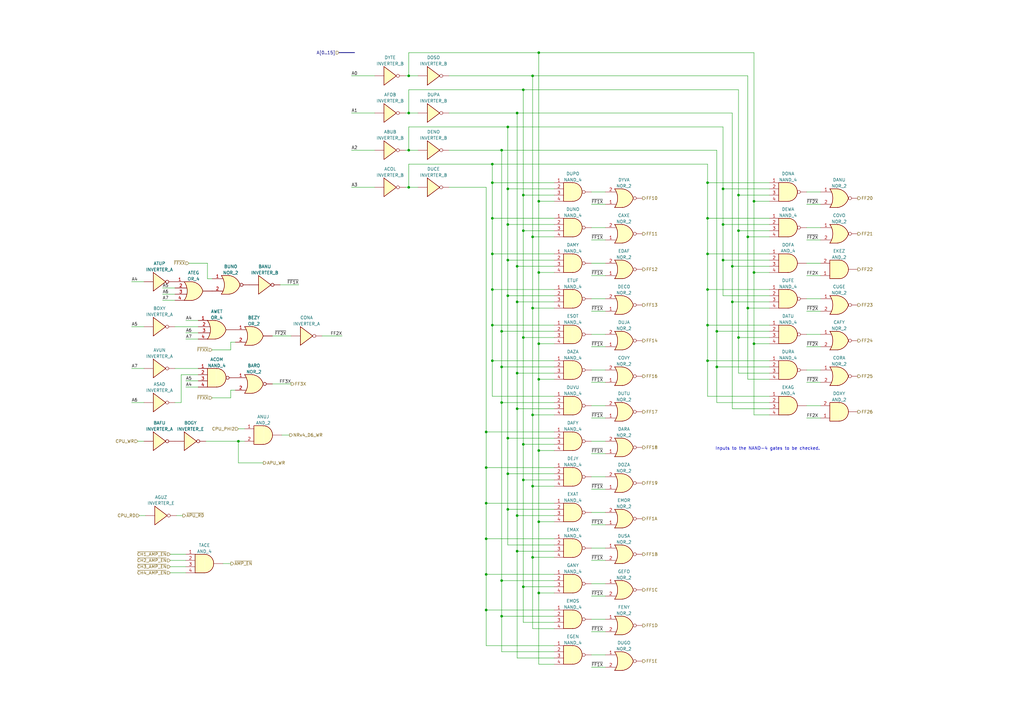
<source format=kicad_sch>
(kicad_sch (version 20211123) (generator eeschema)
  (paper "A3")
  (title_block (title "DMG CPU B") (date "2022-05-02") (rev "0") (company "CC-BY-SA-4.0 Régis Galland & Michael Singer -- Derived work from Furrtek") (comment 1 "https://github.com/msinger/dmg-schematics"))
  (lib_symbols
    (symbol "DMG_CPU_Cells:AND_2" (pin_names hide)
      (property "Reference" "U" (at 0 5.08 0))
      (property "Value" "AND_2" (at 0 -5.08 0))
      (symbol "AND_2_1_1"
        (arc (start 0 -3.81) (mid 3.81 0) (end 0 3.81) (stroke (width 0.254)) (fill (type background)))
        (polyline (pts (xy 0 3.81) (xy -3.81 3.81) (xy -3.81 -3.81) (xy 0 -3.81)) (stroke (width 0.254)) (fill (type background)))
        (pin input line (at -7.62 2.54 0) (length 3.81) (name "~") (number "1"))
        (pin input line (at -7.62 -2.54 0) (length 3.81) (name "~") (number "2"))
        (pin output line (at 7.62 0 180) (length 3.81) (name "~") (number "3"))
      )
    )
    (symbol "DMG_CPU_Cells:AND_4" (pin_names hide)
      (property "Reference" "U" (at 0 5.08 0))
      (property "Value" "AND_4" (at 0 -5.08 0))
      (symbol "AND_4_1_1"
        (arc (start 0 -3.81) (mid 3.81 0) (end 0 3.81) (stroke (width 0.254)) (fill (type background)))
        (polyline (pts (xy 0 3.81) (xy -3.81 3.81) (xy -3.81 -3.81) (xy 0 -3.81)) (stroke (width 0.254)) (fill (type background)))
        (pin input line (at -7.62 3.81 0) (length 3.81) (name "~") (number "1"))
        (pin input line (at -7.62 1.27 0) (length 3.81) (name "~") (number "2"))
        (pin input line (at -7.62 -1.27 0) (length 3.81) (name "~") (number "3"))
        (pin input line (at -7.62 -3.81 0) (length 3.81) (name "~") (number "4"))
        (pin output line (at 7.62 0 180) (length 3.81) (name "~") (number "5"))
      )
    )
    (symbol "DMG_CPU_Cells:INVERTER_A" (pin_numbers hide) (pin_names hide)
      (property "Reference" "U?" (at 0 5.08 0))
      (property "Value" "INVERTER_A" (at 0 -5.08 0))
      (symbol "INVERTER_A_1_0"
        (polyline (pts (xy -2.54 3.81) (xy -2.54 -3.81) (xy 2.54 0) (xy -2.54 3.81)) (stroke (width 0.254)) (fill (type background)))
        (pin input line (at -6.35 0 0) (length 3.81) (name "~") (number "1"))
        (pin output inverted (at 6.35 0 180) (length 3.81) (name "~") (number "2"))
      )
    )
    (symbol "DMG_CPU_Cells:INVERTER_B" (pin_numbers hide) (pin_names hide)
      (property "Reference" "U?" (at 0 5.08 0))
      (property "Value" "INVERTER_B" (at 0 -5.08 0))
      (symbol "INVERTER_B_1_0"
        (polyline (pts (xy -2.54 3.81) (xy -2.54 -3.81) (xy 2.54 0) (xy -2.54 3.81)) (stroke (width 0.254)) (fill (type background)))
        (pin input line (at -6.35 0 0) (length 3.81) (name "~") (number "1"))
        (pin output inverted (at 6.35 0 180) (length 3.81) (name "~") (number "2"))
      )
    )
    (symbol "DMG_CPU_Cells:INVERTER_E" (pin_numbers hide) (pin_names hide)
      (property "Reference" "U?" (at 0 5.08 0))
      (property "Value" "INVERTER_E" (at 0 -5.08 0))
      (symbol "INVERTER_E_1_0"
        (polyline (pts (xy -2.54 3.81) (xy -2.54 -3.81) (xy 2.54 0) (xy -2.54 3.81)) (stroke (width 0.254)) (fill (type background)))
        (pin input line (at -6.35 0 0) (length 3.81) (name "~") (number "1"))
        (pin output inverted (at 6.35 0 180) (length 3.81) (name "~") (number "2"))
      )
    )
    (symbol "DMG_CPU_Cells:NAND_4" (pin_names hide)
      (property "Reference" "U" (at 0 5.08 0))
      (property "Value" "NAND_4" (at 0 -5.08 0))
      (symbol "NAND_4_1_1"
        (arc (start 0 -3.81) (mid 3.81 0) (end 0 3.81) (stroke (width 0.254)) (fill (type background)))
        (polyline (pts (xy 0 3.81) (xy -3.81 3.81) (xy -3.81 -3.81) (xy 0 -3.81)) (stroke (width 0.254)) (fill (type background)))
        (pin input line (at -7.62 3.81 0) (length 3.81) (name "~") (number "1"))
        (pin input line (at -7.62 1.27 0) (length 3.81) (name "~") (number "2"))
        (pin input line (at -7.62 -1.27 0) (length 3.81) (name "~") (number "3"))
        (pin input line (at -7.62 -3.81 0) (length 3.81) (name "~") (number "4"))
        (pin output inverted (at 7.62 0 180) (length 3.81) (name "~") (number "5"))
      )
    )
    (symbol "DMG_CPU_Cells:NOR_2" (pin_names hide)
      (property "Reference" "U" (at 0 5.08 0))
      (property "Value" "NOR_2" (at 0 -5.08 0))
      (symbol "NOR_2_1_1"
        (arc (start -3.8102 -3.81) (mid -2.5892 0) (end -3.8102 3.81) (stroke (width 0.254)))
        (arc (start -0.6098 -3.81) (mid 2.1853 -2.584) (end 3.8098 0) (stroke (width 0.254)) (fill (type background)))
        (polyline (pts (xy -3.8102 -3.81) (xy -0.6352 -3.81)) (stroke (width 0.254)) (fill (type background)))
        (polyline (pts (xy -3.8102 3.81) (xy -0.6352 3.81)) (stroke (width 0.254)) (fill (type background)))
        (polyline (pts (xy -0.6352 3.81) (xy -3.8102 3.81) (xy -3.8102 3.81) (xy -3.5562 3.4036) (xy -3.0228 2.2606) (xy -2.6926 1.0414) (xy -2.6164 -0.254) (xy -2.7688 -1.4986) (xy -3.1752 -2.7178) (xy -3.8102 -3.81) (xy -3.8102 -3.81) (xy -0.6352 -3.81)) (stroke (width -25.4)) (fill (type background)))
        (arc (start 3.8098 0) (mid 2.1926 2.5925) (end -0.6098 3.81) (stroke (width 0.254)) (fill (type background)))
        (pin input line (at -7.62 2.54 0) (length 4.4) (name "~") (number "1"))
        (pin input line (at -7.62 -2.54 0) (length 4.4) (name "~") (number "2"))
        (pin output inverted (at 7.62 0 180) (length 3.81) (name "~") (number "3"))
      )
    )
    (symbol "DMG_CPU_Cells:OR_2" (pin_names hide)
      (property "Reference" "U" (at 0 5.08 0))
      (property "Value" "OR_2" (at 0 -5.08 0))
      (symbol "OR_2_1_1"
        (arc (start -3.8102 -3.81) (mid -2.5892 0) (end -3.8102 3.81) (stroke (width 0.254)))
        (arc (start -0.6098 -3.81) (mid 2.1853 -2.584) (end 3.8098 0) (stroke (width 0.254)) (fill (type background)))
        (polyline (pts (xy -3.8102 -3.81) (xy -0.6352 -3.81)) (stroke (width 0.254)) (fill (type background)))
        (polyline (pts (xy -3.8102 3.81) (xy -0.6352 3.81)) (stroke (width 0.254)) (fill (type background)))
        (polyline (pts (xy -0.6352 3.81) (xy -3.8102 3.81) (xy -3.8102 3.81) (xy -3.5562 3.4036) (xy -3.0228 2.2606) (xy -2.6926 1.0414) (xy -2.6164 -0.254) (xy -2.7688 -1.4986) (xy -3.1752 -2.7178) (xy -3.8102 -3.81) (xy -3.8102 -3.81) (xy -0.6352 -3.81)) (stroke (width -25.4)) (fill (type background)))
        (arc (start 3.8098 0) (mid 2.1926 2.5925) (end -0.6098 3.81) (stroke (width 0.254)) (fill (type background)))
        (pin input line (at -7.62 2.54 0) (length 4.4) (name "~") (number "1"))
        (pin input line (at -7.62 -2.54 0) (length 4.4) (name "~") (number "2"))
        (pin output line (at 7.62 0 180) (length 3.81) (name "~") (number "3"))
      )
    )
    (symbol "DMG_CPU_Cells:OR_4" (pin_names hide)
      (property "Reference" "U" (at 0 5.08 0))
      (property "Value" "OR_4" (at 0 -5.08 0))
      (symbol "OR_4_1_1"
        (arc (start -3.8102 -3.81) (mid -2.5892 0) (end -3.8102 3.81) (stroke (width 0.254)))
        (arc (start -0.6098 -3.81) (mid 2.1853 -2.584) (end 3.8098 0) (stroke (width 0.254)) (fill (type background)))
        (polyline (pts (xy -3.8102 -3.81) (xy -0.6352 -3.81)) (stroke (width 0.254)) (fill (type background)))
        (polyline (pts (xy -3.8102 3.81) (xy -0.6352 3.81)) (stroke (width 0.254)) (fill (type background)))
        (polyline (pts (xy -0.6352 3.81) (xy -3.8102 3.81) (xy -3.8102 3.81) (xy -3.5562 3.4036) (xy -3.0228 2.2606) (xy -2.6926 1.0414) (xy -2.6164 -0.254) (xy -2.7688 -1.4986) (xy -3.1752 -2.7178) (xy -3.8102 -3.81) (xy -3.8102 -3.81) (xy -0.6352 -3.81)) (stroke (width -25.4)) (fill (type background)))
        (arc (start 3.8098 0) (mid 2.1926 2.5925) (end -0.6098 3.81) (stroke (width 0.254)) (fill (type background)))
        (pin input line (at -7.62 3.81 0) (length 4) (name "~") (number "1"))
        (pin input line (at -7.62 1.27 0) (length 4.8) (name "~") (number "2"))
        (pin input line (at -7.62 -1.27 0) (length 4.8) (name "~") (number "3"))
        (pin input line (at -7.62 -3.81 0) (length 4) (name "~") (number "4"))
        (pin output line (at 7.62 0 180) (length 3.81) (name "~") (number "5"))
      )
    )
  )
  (junction (at 208.28 208.915))
  (junction (at 290.195 89.535))
  (junction (at 306.705 126.365))
  (junction (at 205.74 238.125))
  (junction (at 220.98 184.785))
  (junction (at 290.195 104.14))
  (junction (at 218.44 199.39))
  (junction (at 296.545 106.68))
  (junction (at 214.63 36.83))
  (junction (at 208.28 179.705))
  (junction (at 212.09 109.22))
  (junction (at 294.005 150.495))
  (junction (at 201.93 89.535))
  (junction (at 205.74 165.1))
  (junction (at 218.44 228.6))
  (junction (at 290.195 118.745))
  (junction (at 212.09 226.06))
  (junction (at 302.895 94.615))
  (junction (at 208.28 52.07))
  (junction (at 201.93 74.93))
  (junction (at 302.895 138.43))
  (junction (at 201.93 104.14))
  (junction (at 199.39 235.585))
  (junction (at 302.895 80.01))
  (junction (at 296.545 92.075))
  (junction (at 205.74 252.73))
  (junction (at 300.355 109.22))
  (junction (at 167.64 31.115))
  (junction (at 220.98 111.76))
  (junction (at 205.74 135.89))
  (junction (at 220.98 213.995))
  (junction (at 294.005 135.89))
  (junction (at 214.63 80.01))
  (junction (at 199.39 250.19))
  (junction (at 220.98 21.59))
  (junction (at 199.39 177.165))
  (junction (at 212.09 46.355))
  (junction (at 214.63 196.85))
  (junction (at 290.195 74.93))
  (junction (at 212.09 123.825))
  (junction (at 218.44 170.18))
  (junction (at 208.28 121.285))
  (junction (at 214.63 182.245))
  (junction (at 201.93 147.955))
  (junction (at 220.98 155.575))
  (junction (at 199.39 191.77))
  (junction (at 199.39 220.98))
  (junction (at 296.545 77.47))
  (junction (at 97.79 180.975))
  (junction (at 300.355 123.825))
  (junction (at 167.64 76.835))
  (junction (at 220.98 140.97))
  (junction (at 306.705 97.155))
  (junction (at 218.44 97.155))
  (junction (at 220.98 243.205))
  (junction (at 309.245 82.55))
  (junction (at 214.63 240.665))
  (junction (at 220.98 82.55))
  (junction (at 167.64 46.355))
  (junction (at 214.63 94.615))
  (junction (at 201.93 118.745))
  (junction (at 309.245 140.97))
  (junction (at 212.09 211.455))
  (junction (at 290.195 147.955))
  (junction (at 212.09 153.035))
  (junction (at 290.195 133.35))
  (junction (at 208.28 194.31))
  (junction (at 205.74 150.495))
  (junction (at 199.39 206.375))
  (junction (at 309.245 111.76))
  (junction (at 201.93 67.31))
  (junction (at 201.93 133.35))
  (junction (at 208.28 77.47))
  (junction (at 205.74 61.595))
  (junction (at 214.63 138.43))
  (junction (at 208.28 92.075))
  (junction (at 208.28 106.68))
  (junction (at 218.44 31.115))
  (junction (at 218.44 126.365))
  (junction (at 212.09 167.64))
  (junction (at 167.64 61.595))
  (wire (pts (xy 86.995 114.3) (xy 85.09 114.3)))
  (wire (pts (xy 171.45 76.835) (xy 167.64 76.835)))
  (wire (pts (xy 296.545 92.075) (xy 296.545 106.68)))
  (wire (pts (xy 302.895 36.83) (xy 302.895 80.01)))
  (wire (pts (xy 220.98 243.205) (xy 220.98 272.415)))
  (wire (pts (xy 306.705 126.365) (xy 306.705 155.575)))
  (wire (pts (xy 242.57 156.845) (xy 248.285 156.845)))
  (wire (pts (xy 220.98 184.785) (xy 227.33 184.785)))
  (wire (pts (xy 290.195 147.955) (xy 315.595 147.955)))
  (wire (pts (xy 294.005 135.89) (xy 315.595 135.89)))
  (wire (pts (xy 107.95 189.865) (xy 97.79 189.865)))
  (wire (pts (xy 66.675 118.11) (xy 71.755 118.11)))
  (wire (pts (xy 167.64 36.83) (xy 214.63 36.83)))
  (wire (pts (xy 242.57 273.685) (xy 248.285 273.685)))
  (wire (pts (xy 306.705 97.155) (xy 315.595 97.155)))
  (wire (pts (xy 302.895 153.035) (xy 315.595 153.035)))
  (wire (pts (xy 86.995 143.51) (xy 94.615 143.51)))
  (wire (pts (xy 76.2 136.525) (xy 81.28 136.525)))
  (wire (pts (xy 208.28 52.07) (xy 296.545 52.07)))
  (wire (pts (xy 208.28 194.31) (xy 208.28 208.915)))
  (wire (pts (xy 199.39 191.77) (xy 227.33 191.77)))
  (wire (pts (xy 220.98 155.575) (xy 220.98 184.785)))
  (wire (pts (xy 199.39 191.77) (xy 199.39 206.375)))
  (wire (pts (xy 167.64 31.115) (xy 167.64 21.59)))
  (wire (pts (xy 302.895 80.01) (xy 302.895 94.615)))
  (wire (pts (xy 212.09 109.22) (xy 212.09 123.825)))
  (wire (pts (xy 85.09 114.3) (xy 85.09 107.95)))
  (wire (pts (xy 220.98 140.97) (xy 220.98 155.575)))
  (wire (pts (xy 220.98 82.55) (xy 220.98 111.76)))
  (wire (pts (xy 69.85 227.33) (xy 76.2 227.33)))
  (wire (pts (xy 248.285 268.605) (xy 242.57 268.605)))
  (wire (pts (xy 97.79 175.895) (xy 100.33 175.895)))
  (wire (pts (xy 201.93 89.535) (xy 201.93 104.14)))
  (wire (pts (xy 294.005 165.1) (xy 315.595 165.1)))
  (wire (pts (xy 248.285 210.185) (xy 242.57 210.185)))
  (wire (pts (xy 242.57 186.055) (xy 248.285 186.055)))
  (wire (pts (xy 300.355 167.64) (xy 315.595 167.64)))
  (wire (pts (xy 330.835 127.635) (xy 336.55 127.635)))
  (wire (pts (xy 290.195 147.955) (xy 290.195 162.56)))
  (wire (pts (xy 205.74 61.595) (xy 205.74 135.89)))
  (wire (pts (xy 220.98 21.59) (xy 220.98 82.55)))
  (wire (pts (xy 76.2 131.445) (xy 81.28 131.445)))
  (wire (pts (xy 167.64 21.59) (xy 220.98 21.59)))
  (wire (pts (xy 96.52 160.02) (xy 94.615 160.02)))
  (wire (pts (xy 294.005 61.595) (xy 294.005 135.89)))
  (wire (pts (xy 76.2 156.21) (xy 81.28 156.21)))
  (wire (pts (xy 214.63 182.245) (xy 214.63 196.85)))
  (wire (pts (xy 212.09 109.22) (xy 227.33 109.22)))
  (wire (pts (xy 336.55 151.765) (xy 330.835 151.765)))
  (wire (pts (xy 214.63 240.665) (xy 214.63 255.27)))
  (wire (pts (xy 330.835 113.03) (xy 336.55 113.03)))
  (wire (pts (xy 53.975 165.1) (xy 59.055 165.1)))
  (wire (pts (xy 220.98 213.995) (xy 227.33 213.995)))
  (wire (pts (xy 220.98 184.785) (xy 220.98 213.995)))
  (wire (pts (xy 201.93 67.31) (xy 290.195 67.31)))
  (wire (pts (xy 71.755 165.1) (xy 74.295 165.1)))
  (wire (pts (xy 205.74 165.1) (xy 227.33 165.1)))
  (wire (pts (xy 201.93 162.56) (xy 227.33 162.56)))
  (wire (pts (xy 220.98 213.995) (xy 220.98 243.205)))
  (wire (pts (xy 214.63 36.83) (xy 302.895 36.83)))
  (wire (pts (xy 201.93 104.14) (xy 201.93 118.745)))
  (wire (pts (xy 218.44 97.155) (xy 218.44 126.365)))
  (wire (pts (xy 290.195 104.14) (xy 290.195 118.745)))
  (wire (pts (xy 201.93 104.14) (xy 227.33 104.14)))
  (wire (pts (xy 167.64 61.595) (xy 167.64 52.07)))
  (wire (pts (xy 214.63 240.665) (xy 227.33 240.665)))
  (wire (pts (xy 300.355 109.22) (xy 315.595 109.22)))
  (wire (pts (xy 336.55 137.16) (xy 330.835 137.16)))
  (wire (pts (xy 296.545 92.075) (xy 315.595 92.075)))
  (wire (pts (xy 218.44 126.365) (xy 227.33 126.365)))
  (wire (pts (xy 218.44 31.115) (xy 306.705 31.115)))
  (wire (pts (xy 309.245 111.76) (xy 309.245 140.97)))
  (wire (pts (xy 242.57 215.265) (xy 248.285 215.265)))
  (wire (pts (xy 144.145 76.835) (xy 153.67 76.835)))
  (wire (pts (xy 218.44 228.6) (xy 218.44 257.81)))
  (wire (pts (xy 81.28 133.985) (xy 71.755 133.985)))
  (wire (pts (xy 242.57 113.03) (xy 248.285 113.03)))
  (wire (pts (xy 306.705 126.365) (xy 315.595 126.365)))
  (wire (pts (xy 212.09 211.455) (xy 227.33 211.455)))
  (wire (pts (xy 214.63 196.85) (xy 227.33 196.85)))
  (wire (pts (xy 201.93 67.31) (xy 201.93 74.93)))
  (wire (pts (xy 199.39 235.585) (xy 227.33 235.585)))
  (wire (pts (xy 309.245 140.97) (xy 309.245 170.18)))
  (wire (pts (xy 56.515 180.975) (xy 59.055 180.975)))
  (wire (pts (xy 302.895 80.01) (xy 315.595 80.01)))
  (wire (pts (xy 171.45 31.115) (xy 167.64 31.115)))
  (wire (pts (xy 208.28 208.915) (xy 208.28 223.52)))
  (wire (pts (xy 214.63 80.01) (xy 214.63 94.615)))
  (wire (pts (xy 309.245 140.97) (xy 315.595 140.97)))
  (wire (pts (xy 199.39 250.19) (xy 227.33 250.19)))
  (wire (pts (xy 171.45 46.355) (xy 167.64 46.355)))
  (wire (pts (xy 208.28 179.705) (xy 208.28 194.31)))
  (wire (pts (xy 184.15 31.115) (xy 218.44 31.115)))
  (wire (pts (xy 218.44 257.81) (xy 227.33 257.81)))
  (wire (pts (xy 302.895 138.43) (xy 315.595 138.43)))
  (wire (pts (xy 115.57 178.435) (xy 118.745 178.435)))
  (wire (pts (xy 296.545 106.68) (xy 296.545 121.285)))
  (wire (pts (xy 296.545 77.47) (xy 296.545 92.075)))
  (wire (pts (xy 205.74 267.335) (xy 227.33 267.335)))
  (wire (pts (xy 208.28 106.68) (xy 208.28 121.285)))
  (wire (pts (xy 330.835 166.37) (xy 336.55 166.37)))
  (wire (pts (xy 290.195 67.31) (xy 290.195 74.93)))
  (wire (pts (xy 76.2 158.75) (xy 81.28 158.75)))
  (wire (pts (xy 242.57 200.66) (xy 248.285 200.66)))
  (wire (pts (xy 205.74 165.1) (xy 205.74 238.125)))
  (wire (pts (xy 218.44 170.18) (xy 227.33 170.18)))
  (wire (pts (xy 212.09 123.825) (xy 227.33 123.825)))
  (wire (pts (xy 220.98 155.575) (xy 227.33 155.575)))
  (wire (pts (xy 171.45 61.595) (xy 167.64 61.595)))
  (wire (pts (xy 166.37 31.115) (xy 167.64 31.115)))
  (wire (pts (xy 306.705 155.575) (xy 315.595 155.575)))
  (wire (pts (xy 300.355 123.825) (xy 300.355 167.64)))
  (wire (pts (xy 294.005 150.495) (xy 294.005 165.1)))
  (wire (pts (xy 94.615 140.335) (xy 94.615 143.51)))
  (wire (pts (xy 309.245 21.59) (xy 309.245 82.55)))
  (wire (pts (xy 201.93 74.93) (xy 201.93 89.535)))
  (wire (pts (xy 205.74 238.125) (xy 227.33 238.125)))
  (wire (pts (xy 205.74 252.73) (xy 205.74 267.335)))
  (wire (pts (xy 214.63 255.27) (xy 227.33 255.27)))
  (wire (pts (xy 214.63 36.83) (xy 214.63 80.01)))
  (wire (pts (xy 248.285 93.345) (xy 242.57 93.345)))
  (wire (pts (xy 184.15 61.595) (xy 205.74 61.595)))
  (wire (pts (xy 330.835 142.24) (xy 336.55 142.24)))
  (wire (pts (xy 218.44 97.155) (xy 227.33 97.155)))
  (wire (pts (xy 57.15 211.455) (xy 59.69 211.455)))
  (wire (pts (xy 144.145 61.595) (xy 153.67 61.595)))
  (wire (pts (xy 218.44 31.115) (xy 218.44 97.155)))
  (wire (pts (xy 77.47 107.95) (xy 85.09 107.95)))
  (wire (pts (xy 76.2 139.065) (xy 81.28 139.065)))
  (wire (pts (xy 214.63 94.615) (xy 214.63 138.43)))
  (wire (pts (xy 111.76 137.795) (xy 119.38 137.795)))
  (wire (pts (xy 97.79 189.865) (xy 97.79 180.975)))
  (wire (pts (xy 208.28 52.07) (xy 208.28 77.47)))
  (wire (pts (xy 119.38 157.48) (xy 111.76 157.48)))
  (wire (pts (xy 220.98 111.76) (xy 227.33 111.76)))
  (wire (pts (xy 69.85 229.87) (xy 76.2 229.87)))
  (wire (pts (xy 248.285 180.975) (xy 242.57 180.975)))
  (wire (pts (xy 140.335 137.795) (xy 132.08 137.795)))
  (wire (pts (xy 166.37 76.835) (xy 167.64 76.835)))
  (wire (pts (xy 53.975 151.13) (xy 59.055 151.13)))
  (wire (pts (xy 144.145 31.115) (xy 153.67 31.115)))
  (wire (pts (xy 208.28 121.285) (xy 208.28 179.705)))
  (wire (pts (xy 74.295 153.67) (xy 81.28 153.67)))
  (wire (pts (xy 184.15 46.355) (xy 212.09 46.355)))
  (wire (pts (xy 242.57 127.635) (xy 248.285 127.635)))
  (wire (pts (xy 306.705 97.155) (xy 306.705 126.365)))
  (wire (pts (xy 309.245 82.55) (xy 315.595 82.55)))
  (wire (pts (xy 248.285 122.555) (xy 242.57 122.555)))
  (wire (pts (xy 201.93 118.745) (xy 201.93 133.35)))
  (wire (pts (xy 336.55 122.555) (xy 330.835 122.555)))
  (wire (pts (xy 201.93 147.955) (xy 227.33 147.955)))
  (wire (pts (xy 199.39 177.165) (xy 199.39 191.77)))
  (wire (pts (xy 290.195 133.35) (xy 315.595 133.35)))
  (wire (pts (xy 199.39 235.585) (xy 199.39 250.19)))
  (wire (pts (xy 290.195 104.14) (xy 315.595 104.14)))
  (wire (pts (xy 330.835 98.425) (xy 336.55 98.425)))
  (wire (pts (xy 218.44 199.39) (xy 227.33 199.39)))
  (wire (pts (xy 74.295 165.1) (xy 74.295 153.67)))
  (wire (pts (xy 290.195 118.745) (xy 290.195 133.35)))
  (wire (pts (xy 201.93 133.35) (xy 227.33 133.35)))
  (wire (pts (xy 167.64 67.31) (xy 167.64 76.835)))
  (wire (pts (xy 248.285 239.395) (xy 242.57 239.395)))
  (wire (pts (xy 248.285 78.74) (xy 242.57 78.74)))
  (wire (pts (xy 336.55 78.74) (xy 330.835 78.74)))
  (wire (pts (xy 167.64 52.07) (xy 208.28 52.07)))
  (wire (pts (xy 330.835 156.845) (xy 336.55 156.845)))
  (wire (pts (xy 208.28 77.47) (xy 227.33 77.47)))
  (wire (pts (xy 290.195 162.56) (xy 315.595 162.56)))
  (wire (pts (xy 96.52 140.335) (xy 94.615 140.335)))
  (wire (pts (xy 212.09 226.06) (xy 212.09 269.875)))
  (wire (pts (xy 167.64 67.31) (xy 201.93 67.31)))
  (wire (pts (xy 144.145 46.355) (xy 153.67 46.355)))
  (wire (pts (xy 212.09 123.825) (xy 212.09 153.035)))
  (wire (pts (xy 94.615 160.02) (xy 94.615 163.195)))
  (wire (pts (xy 242.57 171.45) (xy 248.285 171.45)))
  (wire (pts (xy 296.545 121.285) (xy 315.595 121.285)))
  (wire (pts (xy 205.74 252.73) (xy 227.33 252.73)))
  (wire (pts (xy 336.55 107.95) (xy 330.835 107.95)))
  (wire (pts (xy 248.285 224.79) (xy 242.57 224.79)))
  (wire (pts (xy 242.57 142.24) (xy 248.285 142.24)))
  (wire (pts (xy 212.09 167.64) (xy 227.33 167.64)))
  (wire (pts (xy 214.63 80.01) (xy 227.33 80.01)))
  (wire (pts (xy 302.895 94.615) (xy 302.895 138.43)))
  (wire (pts (xy 296.545 106.68) (xy 315.595 106.68)))
  (wire (pts (xy 199.39 220.98) (xy 199.39 235.585)))
  (wire (pts (xy 214.63 94.615) (xy 227.33 94.615)))
  (wire (pts (xy 248.285 166.37) (xy 242.57 166.37)))
  (wire (pts (xy 248.285 195.58) (xy 242.57 195.58)))
  (wire (pts (xy 218.44 199.39) (xy 218.44 228.6)))
  (wire (pts (xy 167.64 46.355) (xy 167.64 36.83)))
  (wire (pts (xy 220.98 243.205) (xy 227.33 243.205)))
  (wire (pts (xy 69.85 232.41) (xy 76.2 232.41)))
  (wire (pts (xy 306.705 31.115) (xy 306.705 97.155)))
  (wire (pts (xy 212.09 211.455) (xy 212.09 226.06)))
  (wire (pts (xy 205.74 150.495) (xy 205.74 165.1)))
  (wire (pts (xy 166.37 61.595) (xy 167.64 61.595)))
  (wire (pts (xy 296.545 52.07) (xy 296.545 77.47)))
  (wire (pts (xy 81.28 151.13) (xy 71.755 151.13)))
  (wire (pts (xy 212.09 153.035) (xy 212.09 167.64)))
  (wire (pts (xy 208.28 208.915) (xy 227.33 208.915)))
  (wire (pts (xy 290.195 89.535) (xy 290.195 104.14)))
  (wire (pts (xy 166.37 46.355) (xy 167.64 46.355)))
  (wire (pts (xy 212.09 167.64) (xy 212.09 211.455)))
  (wire (pts (xy 294.005 150.495) (xy 315.595 150.495)))
  (wire (pts (xy 205.74 135.89) (xy 205.74 150.495)))
  (wire (pts (xy 336.55 93.345) (xy 330.835 93.345)))
  (wire (pts (xy 212.09 153.035) (xy 227.33 153.035)))
  (wire (pts (xy 330.835 83.82) (xy 336.55 83.82)))
  (wire (pts (xy 208.28 92.075) (xy 208.28 106.68)))
  (wire (pts (xy 242.57 244.475) (xy 248.285 244.475)))
  (wire (pts (xy 290.195 74.93) (xy 290.195 89.535)))
  (wire (pts (xy 212.09 46.355) (xy 300.355 46.355)))
  (wire (pts (xy 218.44 170.18) (xy 218.44 199.39)))
  (wire (pts (xy 199.39 220.98) (xy 227.33 220.98)))
  (wire (pts (xy 74.93 211.455) (xy 72.39 211.455)))
  (wire (pts (xy 214.63 138.43) (xy 227.33 138.43)))
  (wire (pts (xy 84.455 180.975) (xy 97.79 180.975)))
  (wire (pts (xy 214.63 138.43) (xy 214.63 182.245)))
  (wire (pts (xy 248.285 254) (xy 242.57 254)))
  (wire (pts (xy 290.195 89.535) (xy 315.595 89.535)))
  (wire (pts (xy 290.195 118.745) (xy 315.595 118.745)))
  (bus (pts (xy 139.065 21.59) (xy 145.415 21.59)))
  (wire (pts (xy 220.98 140.97) (xy 227.33 140.97)))
  (wire (pts (xy 242.57 98.425) (xy 248.285 98.425)))
  (wire (pts (xy 248.285 107.95) (xy 242.57 107.95)))
  (wire (pts (xy 294.005 135.89) (xy 294.005 150.495)))
  (wire (pts (xy 290.195 74.93) (xy 315.595 74.93)))
  (wire (pts (xy 208.28 106.68) (xy 227.33 106.68)))
  (wire (pts (xy 205.74 135.89) (xy 227.33 135.89)))
  (wire (pts (xy 205.74 150.495) (xy 227.33 150.495)))
  (wire (pts (xy 220.98 82.55) (xy 227.33 82.55)))
  (wire (pts (xy 242.57 259.08) (xy 248.285 259.08)))
  (wire (pts (xy 97.79 180.975) (xy 100.33 180.975)))
  (wire (pts (xy 302.895 138.43) (xy 302.895 153.035)))
  (wire (pts (xy 218.44 126.365) (xy 218.44 170.18)))
  (wire (pts (xy 53.975 115.57) (xy 59.055 115.57)))
  (wire (pts (xy 208.28 121.285) (xy 227.33 121.285)))
  (wire (pts (xy 201.93 118.745) (xy 227.33 118.745)))
  (wire (pts (xy 220.98 111.76) (xy 220.98 140.97)))
  (wire (pts (xy 212.09 269.875) (xy 227.33 269.875)))
  (wire (pts (xy 199.39 264.795) (xy 227.33 264.795)))
  (wire (pts (xy 122.555 116.84) (xy 114.935 116.84)))
  (wire (pts (xy 86.995 163.195) (xy 94.615 163.195)))
  (wire (pts (xy 205.74 61.595) (xy 294.005 61.595)))
  (wire (pts (xy 208.28 92.075) (xy 227.33 92.075)))
  (wire (pts (xy 248.285 151.765) (xy 242.57 151.765)))
  (wire (pts (xy 300.355 123.825) (xy 315.595 123.825)))
  (wire (pts (xy 330.835 171.45) (xy 336.55 171.45)))
  (wire (pts (xy 208.28 77.47) (xy 208.28 92.075)))
  (wire (pts (xy 199.39 206.375) (xy 199.39 220.98)))
  (wire (pts (xy 66.675 120.65) (xy 71.755 120.65)))
  (wire (pts (xy 309.245 111.76) (xy 315.595 111.76)))
  (wire (pts (xy 214.63 196.85) (xy 214.63 240.665)))
  (wire (pts (xy 220.98 21.59) (xy 309.245 21.59)))
  (wire (pts (xy 248.285 137.16) (xy 242.57 137.16)))
  (wire (pts (xy 242.57 229.87) (xy 248.285 229.87)))
  (wire (pts (xy 212.09 46.355) (xy 212.09 109.22)))
  (wire (pts (xy 201.93 74.93) (xy 227.33 74.93)))
  (wire (pts (xy 300.355 46.355) (xy 300.355 109.22)))
  (wire (pts (xy 309.245 82.55) (xy 309.245 111.76)))
  (wire (pts (xy 201.93 147.955) (xy 201.93 162.56)))
  (wire (pts (xy 201.93 133.35) (xy 201.93 147.955)))
  (wire (pts (xy 300.355 109.22) (xy 300.355 123.825)))
  (wire (pts (xy 205.74 238.125) (xy 205.74 252.73)))
  (wire (pts (xy 290.195 133.35) (xy 290.195 147.955)))
  (wire (pts (xy 309.245 170.18) (xy 315.595 170.18)))
  (wire (pts (xy 242.57 83.82) (xy 248.285 83.82)))
  (wire (pts (xy 208.28 194.31) (xy 227.33 194.31)))
  (wire (pts (xy 69.85 234.95) (xy 76.2 234.95)))
  (wire (pts (xy 199.39 206.375) (xy 227.33 206.375)))
  (wire (pts (xy 208.28 223.52) (xy 227.33 223.52)))
  (wire (pts (xy 296.545 77.47) (xy 315.595 77.47)))
  (wire (pts (xy 208.28 179.705) (xy 227.33 179.705)))
  (wire (pts (xy 199.39 250.19) (xy 199.39 264.795)))
  (wire (pts (xy 212.09 226.06) (xy 227.33 226.06)))
  (wire (pts (xy 91.44 231.14) (xy 94.615 231.14)))
  (wire (pts (xy 218.44 228.6) (xy 227.33 228.6)))
  (wire (pts (xy 66.675 123.19) (xy 71.755 123.19)))
  (wire (pts (xy 199.39 177.165) (xy 227.33 177.165)))
  (wire (pts (xy 201.93 89.535) (xy 227.33 89.535)))
  (wire (pts (xy 184.15 76.835) (xy 199.39 76.835)))
  (wire (pts (xy 214.63 182.245) (xy 227.33 182.245)))
  (wire (pts (xy 220.98 272.415) (xy 227.33 272.415)))
  (wire (pts (xy 53.975 133.985) (xy 59.055 133.985)))
  (wire (pts (xy 302.895 94.615) (xy 315.595 94.615)))
  (wire (pts (xy 199.39 76.835) (xy 199.39 177.165)))
  (text "Inputs to the NAND-4 gates to be checked." (at 293.37 184.785 0) (effects (font (size 1.27 1.27)) (justify left bottom)))
  (label "~{FF1X}" (at 242.57 244.475 0))
  (label "A5" (at 66.675 118.11 0))
  (label "A2" (at 144.145 61.595 0))
  (label "A0" (at 144.145 31.115 0))
  (label "A6" (at 53.975 165.1 0))
  (label "~{FF2X}" (at 117.475 137.795 180))
  (label "~{FF2X}" (at 330.835 98.425 0))
  (label "~{FF1X}" (at 242.57 156.845 0))
  (label "~{FF1X}" (at 242.57 273.685 0))
  (label "A4" (at 76.2 131.445 0))
  (label "A3" (at 144.145 76.835 0))
  (label "~{FF1X}" (at 242.57 127.635 0))
  (label "~{FF1X}" (at 242.57 142.24 0))
  (label "~{FF1X}" (at 242.57 83.82 0))
  (label "~{FF2X}" (at 330.835 142.24 0))
  (label "~{FF1X}" (at 242.57 259.08 0))
  (label "FF2X" (at 330.835 113.03 0))
  (label "FF2X" (at 330.835 171.45 0))
  (label "~{FF2X}" (at 330.835 127.635 0))
  (label "A1" (at 144.145 46.355 0))
  (label "~{FF1X}" (at 242.57 186.055 0))
  (label "~{FF1X}" (at 242.57 200.66 0))
  (label "A4" (at 76.2 158.75 0))
  (label "~{FF2X}" (at 330.835 83.82 0))
  (label "~{FF1X}" (at 242.57 215.265 0))
  (label "FF3X" (at 119.38 157.48 180))
  (label "A6" (at 66.675 120.65 0))
  (label "~{FF1X}" (at 242.57 98.425 0))
  (label "~{FF1X}" (at 242.57 229.87 0))
  (label "~{FF1X}" (at 242.57 113.03 0))
  (label "A4" (at 53.975 115.57 0))
  (label "FF2X" (at 140.335 137.795 180))
  (label "A7" (at 53.975 151.13 0))
  (label "~{FF1X}" (at 122.555 116.84 180))
  (label "A5" (at 53.975 133.985 0))
  (label "~{FF2X}" (at 330.835 156.845 0))
  (label "~{FF1X}" (at 242.57 171.45 0))
  (label "A6" (at 76.2 136.525 0))
  (label "A7" (at 76.2 139.065 0))
  (label "A5" (at 76.2 156.21 0))
  (label "A7" (at 66.675 123.19 0))
  (hierarchical_label "FF23" (shape output) (at 351.79 125.095 0))
  (hierarchical_label "~{FFXX}" (shape input) (at 86.995 163.195 180))
  (hierarchical_label "~{CH2_AMP_EN}" (shape input) (at 69.85 229.87 180))
  (hierarchical_label "CPU_RD" (shape input) (at 57.15 211.455 180))
  (hierarchical_label "FF1D" (shape output) (at 263.525 256.54 0))
  (hierarchical_label "FF17" (shape output) (at 263.525 168.91 0))
  (hierarchical_label "FF1E" (shape output) (at 263.525 271.145 0))
  (hierarchical_label "FF1A" (shape output) (at 263.525 212.725 0))
  (hierarchical_label "~{APU_RD}" (shape output) (at 74.93 211.455 0))
  (hierarchical_label "FF13" (shape output) (at 263.525 125.095 0))
  (hierarchical_label "~{CH3_AMP_EN}" (shape input) (at 69.85 232.41 180))
  (hierarchical_label "FF3X" (shape output) (at 119.38 157.48 0))
  (hierarchical_label "APU_WR" (shape output) (at 107.95 189.865 0))
  (hierarchical_label "FF22" (shape output) (at 351.79 110.49 0))
  (hierarchical_label "CPU_WR" (shape input) (at 56.515 180.975 180))
  (hierarchical_label "CPU_PHI2" (shape input) (at 97.79 175.895 180))
  (hierarchical_label "~{AMP_EN}" (shape output) (at 94.615 231.14 0))
  (hierarchical_label "FF11" (shape output) (at 263.525 95.885 0))
  (hierarchical_label "FF10" (shape output) (at 263.525 81.28 0))
  (hierarchical_label "~{CH1_AMP_EN}" (shape input) (at 69.85 227.33 180))
  (hierarchical_label "FF20" (shape output) (at 351.79 81.28 0))
  (hierarchical_label "~{FFXX}" (shape input) (at 86.995 143.51 180))
  (hierarchical_label "FF21" (shape output) (at 351.79 95.885 0))
  (hierarchical_label "NRx4_D6_WR" (shape output) (at 118.745 178.435 0))
  (hierarchical_label "FF16" (shape output) (at 263.525 154.305 0))
  (hierarchical_label "A[0..15]" (shape input) (at 139.065 21.59 180))
  (hierarchical_label "~{FFXX}" (shape input) (at 77.47 107.95 180))
  (hierarchical_label "FF25" (shape output) (at 351.79 154.305 0))
  (hierarchical_label "FF1B" (shape output) (at 263.525 227.33 0))
  (hierarchical_label "~{CH4_AMP_EN}" (shape input) (at 69.85 234.95 180))
  (hierarchical_label "FF19" (shape output) (at 263.525 198.12 0))
  (hierarchical_label "FF26" (shape output) (at 351.79 168.91 0))
  (hierarchical_label "FF18" (shape output) (at 263.525 183.515 0))
  (hierarchical_label "FF1C" (shape output) (at 263.525 241.935 0))
  (hierarchical_label "FF12" (shape output) (at 263.525 110.49 0))
  (hierarchical_label "FF14" (shape output) (at 263.525 139.7 0))
  (hierarchical_label "FF24" (shape output) (at 351.79 139.7 0))
  (symbol (lib_id "DMG_CPU_Cells:NAND_4") (at 234.95 254 0) (unit 1)
    (property "Reference" "EMOS" (at 234.95 246.4902 0))
    (property "Value" "NAND_4" (at 234.95 249.0271 0))
    (property "Datasheet" "http://iceboy.a-singer.de/doc/dmg_cells.html#nand4" (effects hide))
  )
  (symbol (lib_id "DMG_CPU_Cells:AND_2") (at 344.17 168.91 0) (mirror x) (unit 1)
    (property "Reference" "DOXY" (at 344.17 161.4002 0))
    (property "Value" "AND_2" (at 344.17 163.9371 0))
    (property "Datasheet" "http://iceboy.a-singer.de/doc/dmg_cells.html#and2" (effects hide))
  )
  (symbol (lib_id "DMG_CPU_Cells:INVERTER_B") (at 160.02 76.835 0) (unit 1)
    (property "Reference" "ACOL" (at 160.02 69.3252 0))
    (property "Value" "INVERTER_B" (at 160.02 71.8621 0))
    (property "Datasheet" "http://iceboy.a-singer.de/doc/dmg_cells.html#inv_b" (effects hide))
  )
  (symbol (lib_id "DMG_CPU_Cells:INVERTER_B") (at 177.8 46.355 0) (unit 1)
    (property "Reference" "DUPA" (at 177.8 38.8452 0))
    (property "Value" "INVERTER_B" (at 177.8 41.3821 0))
    (property "Datasheet" "http://iceboy.a-singer.de/doc/dmg_cells.html#inv_b" (effects hide))
  )
  (symbol (lib_id "DMG_CPU_Cells:NAND_4") (at 323.215 137.16 0) (unit 1)
    (property "Reference" "DATU" (at 323.215 129.6502 0))
    (property "Value" "NAND_4" (at 323.215 132.1871 0))
    (property "Datasheet" "http://iceboy.a-singer.de/doc/dmg_cells.html#nand4" (effects hide))
  )
  (symbol (lib_id "DMG_CPU_Cells:NOR_2") (at 255.905 256.54 0) (unit 1)
    (property "Reference" "FENY" (at 255.9048 249.0302 0))
    (property "Value" "NOR_2" (at 255.9048 251.5671 0))
    (property "Datasheet" "http://iceboy.a-singer.de/doc/dmg_cells.html#nor2" (effects hide))
  )
  (symbol (lib_id "DMG_CPU_Cells:NOR_2") (at 255.905 168.91 0) (mirror x) (unit 1)
    (property "Reference" "DUTU" (at 255.9048 161.4002 0))
    (property "Value" "NOR_2" (at 255.9048 163.9371 0))
    (property "Datasheet" "http://iceboy.a-singer.de/doc/dmg_cells.html#nor2" (effects hide))
  )
  (symbol (lib_id "DMG_CPU_Cells:NOR_2") (at 255.905 81.28 0) (mirror x) (unit 1)
    (property "Reference" "DYVA" (at 255.9048 73.7702 0))
    (property "Value" "NOR_2" (at 255.9048 76.3071 0))
    (property "Datasheet" "http://iceboy.a-singer.de/doc/dmg_cells.html#nor2" (effects hide))
  )
  (symbol (lib_id "DMG_CPU_Cells:NAND_4") (at 234.95 122.555 0) (unit 1)
    (property "Reference" "ETUF" (at 234.95 115.0452 0))
    (property "Value" "NAND_4" (at 234.95 117.5821 0))
    (property "Datasheet" "http://iceboy.a-singer.de/doc/dmg_cells.html#nand4" (effects hide))
  )
  (symbol (lib_id "DMG_CPU_Cells:INVERTER_A") (at 65.405 151.13 0) (unit 1)
    (property "Reference" "AVUN" (at 65.405 143.6202 0))
    (property "Value" "INVERTER_A" (at 65.405 146.1571 0))
    (property "Datasheet" "http://iceboy.a-singer.de/doc/dmg_cells.html#inv_a" (effects hide))
  )
  (symbol (lib_id "DMG_CPU_Cells:AND_2") (at 107.95 178.435 0) (unit 1)
    (property "Reference" "ANUJ" (at 107.95 170.9252 0))
    (property "Value" "AND_2" (at 107.95 173.4621 0))
    (property "Datasheet" "http://iceboy.a-singer.de/doc/dmg_cells.html#and2" (effects hide))
  )
  (symbol (lib_id "DMG_CPU_Cells:NAND_4") (at 234.95 239.395 0) (unit 1)
    (property "Reference" "GANY" (at 234.95 231.8852 0))
    (property "Value" "NAND_4" (at 234.95 234.4221 0))
    (property "Datasheet" "http://iceboy.a-singer.de/doc/dmg_cells.html#nand4" (effects hide))
  )
  (symbol (lib_id "DMG_CPU_Cells:NOR_2") (at 344.17 95.885 0) (unit 1)
    (property "Reference" "COVO" (at 344.1698 88.3752 0))
    (property "Value" "NOR_2" (at 344.1698 90.9121 0))
    (property "Datasheet" "http://iceboy.a-singer.de/doc/dmg_cells.html#nor2" (effects hide))
  )
  (symbol (lib_id "DMG_CPU_Cells:NAND_4") (at 234.95 180.975 0) (unit 1)
    (property "Reference" "DAFY" (at 234.95 173.4652 0))
    (property "Value" "NAND_4" (at 234.95 176.0021 0))
    (property "Datasheet" "http://iceboy.a-singer.de/doc/dmg_cells.html#nand4" (effects hide))
  )
  (symbol (lib_id "DMG_CPU_Cells:NAND_4") (at 234.95 166.37 0) (unit 1)
    (property "Reference" "DUVU" (at 234.95 158.8602 0))
    (property "Value" "NAND_4" (at 234.95 161.3971 0))
    (property "Datasheet" "http://iceboy.a-singer.de/doc/dmg_cells.html#nand4" (effects hide))
  )
  (symbol (lib_id "DMG_CPU_Cells:OR_2") (at 104.14 137.795 0) (unit 1)
    (property "Reference" "BEZY" (at 104.1398 130.2852 0))
    (property "Value" "OR_2" (at 104.1398 132.8221 0))
    (property "Datasheet" "http://iceboy.a-singer.de/doc/dmg_cells.html#or2" (effects hide))
  )
  (symbol (lib_id "DMG_CPU_Cells:NOR_2") (at 104.14 157.48 0) (unit 1)
    (property "Reference" "BARO" (at 104.1398 149.9702 0))
    (property "Value" "NOR_2" (at 104.1398 152.5071 0))
    (property "Datasheet" "http://iceboy.a-singer.de/doc/dmg_cells.html#nor2" (effects hide))
  )
  (symbol (lib_id "DMG_CPU_Cells:INVERTER_E") (at 66.04 211.455 0) (unit 1)
    (property "Reference" "AGUZ" (at 66.04 203.9452 0))
    (property "Value" "INVERTER_E" (at 66.04 206.375 0))
    (property "Datasheet" "http://iceboy.a-singer.de/doc/dmg_cells.html#inv_e" (effects hide))
  )
  (symbol (lib_id "DMG_CPU_Cells:NAND_4") (at 234.95 78.74 0) (unit 1)
    (property "Reference" "DUPO" (at 234.95 71.2302 0))
    (property "Value" "NAND_4" (at 234.95 73.7671 0))
    (property "Datasheet" "http://iceboy.a-singer.de/doc/dmg_cells.html#nand4" (effects hide))
  )
  (symbol (lib_id "DMG_CPU_Cells:INVERTER_B") (at 160.02 61.595 0) (unit 1)
    (property "Reference" "ABUB" (at 160.02 54.0852 0))
    (property "Value" "INVERTER_B" (at 160.02 56.6221 0))
    (property "Datasheet" "http://iceboy.a-singer.de/doc/dmg_cells.html#inv_b" (effects hide))
  )
  (symbol (lib_id "DMG_CPU_Cells:NOR_2") (at 255.905 154.305 0) (mirror x) (unit 1)
    (property "Reference" "COVY" (at 255.9048 146.7952 0))
    (property "Value" "NOR_2" (at 255.9048 149.3321 0))
    (property "Datasheet" "http://iceboy.a-singer.de/doc/dmg_cells.html#nor2" (effects hide))
  )
  (symbol (lib_id "DMG_CPU_Cells:INVERTER_A") (at 65.405 115.57 0) (unit 1)
    (property "Reference" "ATUP" (at 65.405 108.0602 0))
    (property "Value" "INVERTER_A" (at 65.405 110.5971 0))
    (property "Datasheet" "http://iceboy.a-singer.de/doc/dmg_cells.html#inv_a" (effects hide))
  )
  (symbol (lib_id "DMG_CPU_Cells:NAND_4") (at 323.215 93.345 0) (unit 1)
    (property "Reference" "DEWA" (at 323.215 85.8352 0))
    (property "Value" "NAND_4" (at 323.215 88.3721 0))
    (property "Datasheet" "http://iceboy.a-singer.de/doc/dmg_cells.html#nand4" (effects hide))
  )
  (symbol (lib_id "DMG_CPU_Cells:INVERTER_B") (at 177.8 76.835 0) (unit 1)
    (property "Reference" "DUCE" (at 177.8 69.3252 0))
    (property "Value" "INVERTER_B" (at 177.8 71.8621 0))
    (property "Datasheet" "http://iceboy.a-singer.de/doc/dmg_cells.html#inv_b" (effects hide))
  )
  (symbol (lib_id "DMG_CPU_Cells:AND_2") (at 344.17 110.49 0) (mirror x) (unit 1)
    (property "Reference" "EKEZ" (at 344.17 102.9802 0))
    (property "Value" "AND_2" (at 344.17 105.5171 0))
    (property "Datasheet" "http://iceboy.a-singer.de/doc/dmg_cells.html#and2" (effects hide))
  )
  (symbol (lib_id "DMG_CPU_Cells:INVERTER_A") (at 65.405 180.975 0) (unit 1)
    (property "Reference" "BAFU" (at 65.405 173.4652 0))
    (property "Value" "INVERTER_A" (at 65.405 176.0021 0))
    (property "Datasheet" "http://iceboy.a-singer.de/doc/dmg_cells.html#inv_a" (effects hide))
  )
  (symbol (lib_id "DMG_CPU_Cells:INVERTER_A") (at 65.405 133.985 0) (unit 1)
    (property "Reference" "BOXY" (at 65.405 126.4752 0))
    (property "Value" "INVERTER_A" (at 65.405 129.0121 0))
    (property "Datasheet" "http://iceboy.a-singer.de/doc/dmg_cells.html#inv_a" (effects hide))
  )
  (symbol (lib_id "DMG_CPU_Cells:INVERTER_E") (at 78.105 180.975 0) (unit 1)
    (property "Reference" "BOGY" (at 78.105 173.4652 0))
    (property "Value" "INVERTER_E" (at 78.105 176.0021 0))
    (property "Datasheet" "http://iceboy.a-singer.de/doc/dmg_cells.html#inv_e" (effects hide))
  )
  (symbol (lib_id "DMG_CPU_Cells:NOR_2") (at 255.905 212.725 0) (mirror x) (unit 1)
    (property "Reference" "EMOR" (at 255.9048 205.2152 0))
    (property "Value" "NOR_2" (at 255.9048 207.7521 0))
    (property "Datasheet" "http://iceboy.a-singer.de/doc/dmg_cells.html#nor2" (effects hide))
  )
  (symbol (lib_id "DMG_CPU_Cells:NOR_2") (at 255.905 125.095 0) (mirror x) (unit 1)
    (property "Reference" "DECO" (at 255.9048 117.5852 0))
    (property "Value" "NOR_2" (at 255.9048 120.1221 0))
    (property "Datasheet" "http://iceboy.a-singer.de/doc/dmg_cells.html#nor2" (effects hide))
  )
  (symbol (lib_id "DMG_CPU_Cells:INVERTER_B") (at 160.02 46.355 0) (unit 1)
    (property "Reference" "AFOB" (at 160.02 38.8452 0))
    (property "Value" "INVERTER_B" (at 160.02 41.3821 0))
    (property "Datasheet" "http://iceboy.a-singer.de/doc/dmg_cells.html#inv_b" (effects hide))
  )
  (symbol (lib_id "DMG_CPU_Cells:INVERTER_A") (at 125.73 137.795 0) (unit 1)
    (property "Reference" "CONA" (at 125.73 130.2852 0))
    (property "Value" "INVERTER_A" (at 125.73 132.8221 0))
    (property "Datasheet" "http://iceboy.a-singer.de/doc/dmg_cells.html#inv_a" (effects hide))
  )
  (symbol (lib_id "DMG_CPU_Cells:INVERTER_B") (at 177.8 31.115 0) (unit 1)
    (property "Reference" "DOSO" (at 177.8 23.6052 0))
    (property "Value" "INVERTER_B" (at 177.8 26.1421 0))
    (property "Datasheet" "http://iceboy.a-singer.de/doc/dmg_cells.html#inv_b" (effects hide))
  )
  (symbol (lib_id "DMG_CPU_Cells:NAND_4") (at 88.9 154.94 0) (unit 1)
    (property "Reference" "ACOM" (at 88.9 147.4302 0))
    (property "Value" "NAND_4" (at 88.9 149.9671 0))
    (property "Datasheet" "http://iceboy.a-singer.de/doc/dmg_cells.html#nand4" (effects hide))
  )
  (symbol (lib_id "DMG_CPU_Cells:NAND_4") (at 323.215 122.555 0) (unit 1)
    (property "Reference" "DUFE" (at 323.215 115.0452 0))
    (property "Value" "NAND_4" (at 323.215 117.5821 0))
    (property "Datasheet" "http://iceboy.a-singer.de/doc/dmg_cells.html#nand4" (effects hide))
  )
  (symbol (lib_id "DMG_CPU_Cells:INVERTER_B") (at 108.585 116.84 0) (unit 1)
    (property "Reference" "BANU" (at 108.585 109.3302 0))
    (property "Value" "INVERTER_B" (at 108.585 111.8671 0))
    (property "Datasheet" "http://iceboy.a-singer.de/doc/dmg_cells.html#inv_b" (effects hide))
  )
  (symbol (lib_id "DMG_CPU_Cells:NOR_2") (at 255.905 110.49 0) (mirror x) (unit 1)
    (property "Reference" "EDAF" (at 255.9048 102.9802 0))
    (property "Value" "NOR_2" (at 255.9048 105.5171 0))
    (property "Datasheet" "http://iceboy.a-singer.de/doc/dmg_cells.html#nor2" (effects hide))
  )
  (symbol (lib_id "DMG_CPU_Cells:NOR_2") (at 255.905 198.12 0) (mirror x) (unit 1)
    (property "Reference" "DOZA" (at 255.9048 190.6102 0))
    (property "Value" "NOR_2" (at 255.9048 193.1471 0))
    (property "Datasheet" "http://iceboy.a-singer.de/doc/dmg_cells.html#nor2" (effects hide))
  )
  (symbol (lib_id "DMG_CPU_Cells:OR_4") (at 79.375 119.38 0) (unit 1)
    (property "Reference" "ATEG" (at 79.3748 111.8702 0))
    (property "Value" "OR_4" (at 79.3748 114.4071 0))
    (property "Datasheet" "http://iceboy.a-singer.de/doc/dmg_cells.html#or4" (effects hide))
  )
  (symbol (lib_id "DMG_CPU_Cells:INVERTER_A") (at 65.405 165.1 0) (unit 1)
    (property "Reference" "ASAD" (at 65.405 157.5902 0))
    (property "Value" "INVERTER_A" (at 65.405 160.1271 0))
    (property "Datasheet" "http://iceboy.a-singer.de/doc/dmg_cells.html#inv_a" (effects hide))
  )
  (symbol (lib_id "DMG_CPU_Cells:AND_4") (at 83.82 231.14 0) (unit 1)
    (property "Reference" "TACE" (at 83.82 223.6302 0))
    (property "Value" "AND_4" (at 83.82 226.1671 0))
    (property "Datasheet" "http://iceboy.a-singer.de/doc/dmg_cells.html#and4" (effects hide))
  )
  (symbol (lib_id "DMG_CPU_Cells:NOR_2") (at 344.17 154.305 0) (unit 1)
    (property "Reference" "CORA" (at 344.1698 146.7952 0))
    (property "Value" "NOR_2" (at 344.1698 149.3321 0))
    (property "Datasheet" "http://iceboy.a-singer.de/doc/dmg_cells.html#nor2" (effects hide))
  )
  (symbol (lib_id "DMG_CPU_Cells:NOR_2") (at 255.905 183.515 0) (mirror x) (unit 1)
    (property "Reference" "DARA" (at 255.9048 176.0052 0))
    (property "Value" "NOR_2" (at 255.9048 178.5421 0))
    (property "Datasheet" "http://iceboy.a-singer.de/doc/dmg_cells.html#nor2" (effects hide))
  )
  (symbol (lib_id "DMG_CPU_Cells:INVERTER_B") (at 177.8 61.595 0) (unit 1)
    (property "Reference" "DENO" (at 177.8 54.0852 0))
    (property "Value" "INVERTER_B" (at 177.8 56.6221 0))
    (property "Datasheet" "http://iceboy.a-singer.de/doc/dmg_cells.html#inv_b" (effects hide))
  )
  (symbol (lib_id "DMG_CPU_Cells:NAND_4") (at 234.95 107.95 0) (unit 1)
    (property "Reference" "DAMY" (at 234.95 100.4402 0))
    (property "Value" "NAND_4" (at 234.95 102.9771 0))
    (property "Datasheet" "http://iceboy.a-singer.de/doc/dmg_cells.html#nand4" (effects hide))
  )
  (symbol (lib_id "DMG_CPU_Cells:NAND_4") (at 234.95 224.79 0) (unit 1)
    (property "Reference" "EMAX" (at 234.95 217.2802 0))
    (property "Value" "NAND_4" (at 234.95 219.8171 0))
    (property "Datasheet" "http://iceboy.a-singer.de/doc/dmg_cells.html#nand4" (effects hide))
  )
  (symbol (lib_id "DMG_CPU_Cells:NAND_4") (at 234.95 268.605 0) (unit 1)
    (property "Reference" "EGEN" (at 234.95 261.0952 0))
    (property "Value" "NAND_4" (at 234.95 263.6321 0))
    (property "Datasheet" "http://iceboy.a-singer.de/doc/dmg_cells.html#nand4" (effects hide))
  )
  (symbol (lib_id "DMG_CPU_Cells:NAND_4") (at 234.95 151.765 0) (unit 1)
    (property "Reference" "DAZA" (at 234.95 144.2552 0))
    (property "Value" "NAND_4" (at 234.95 146.7921 0))
    (property "Datasheet" "http://iceboy.a-singer.de/doc/dmg_cells.html#nand4" (effects hide))
  )
  (symbol (lib_id "DMG_CPU_Cells:AND_4") (at 323.215 166.37 0) (unit 1)
    (property "Reference" "EKAG" (at 323.215 158.8602 0))
    (property "Value" "AND_4" (at 323.215 161.29 0))
    (property "Datasheet" "http://iceboy.a-singer.de/doc/dmg_cells.html#and4" (effects hide))
  )
  (symbol (lib_id "DMG_CPU_Cells:NAND_4") (at 234.95 93.345 0) (unit 1)
    (property "Reference" "DUNO" (at 234.95 85.8352 0))
    (property "Value" "NAND_4" (at 234.95 88.3721 0))
    (property "Datasheet" "http://iceboy.a-singer.de/doc/dmg_cells.html#nand4" (effects hide))
  )
  (symbol (lib_id "DMG_CPU_Cells:NAND_4") (at 234.95 210.185 0) (unit 1)
    (property "Reference" "EXAT" (at 234.95 202.6752 0))
    (property "Value" "NAND_4" (at 234.95 205.2121 0))
    (property "Datasheet" "http://iceboy.a-singer.de/doc/dmg_cells.html#nand4" (effects hide))
  )
  (symbol (lib_id "DMG_CPU_Cells:NAND_4") (at 234.95 195.58 0) (unit 1)
    (property "Reference" "DEJY" (at 234.95 188.0702 0))
    (property "Value" "NAND_4" (at 234.95 190.6071 0))
    (property "Datasheet" "http://iceboy.a-singer.de/doc/dmg_cells.html#nand4" (effects hide))
  )
  (symbol (lib_id "DMG_CPU_Cells:AND_4") (at 323.215 107.95 0) (unit 1)
    (property "Reference" "DOFA" (at 323.215 100.4402 0))
    (property "Value" "AND_4" (at 323.215 102.87 0))
    (property "Datasheet" "http://iceboy.a-singer.de/doc/dmg_cells.html#and4" (effects hide))
  )
  (symbol (lib_id "DMG_CPU_Cells:NOR_2") (at 255.905 227.33 0) (unit 1)
    (property "Reference" "DUSA" (at 255.9048 219.8202 0))
    (property "Value" "NOR_2" (at 255.9048 222.3571 0))
    (property "Datasheet" "http://iceboy.a-singer.de/doc/dmg_cells.html#nor2" (effects hide))
  )
  (symbol (lib_id "DMG_CPU_Cells:NOR_2") (at 344.17 139.7 0) (unit 1)
    (property "Reference" "CAFY" (at 344.1698 132.1902 0))
    (property "Value" "NOR_2" (at 344.1698 134.7271 0))
    (property "Datasheet" "http://iceboy.a-singer.de/doc/dmg_cells.html#nor2" (effects hide))
  )
  (symbol (lib_id "DMG_CPU_Cells:NAND_4") (at 323.215 78.74 0) (unit 1)
    (property "Reference" "DONA" (at 323.215 71.2302 0))
    (property "Value" "NAND_4" (at 323.215 73.7671 0))
    (property "Datasheet" "http://iceboy.a-singer.de/doc/dmg_cells.html#nand4" (effects hide))
  )
  (symbol (lib_id "DMG_CPU_Cells:INVERTER_B") (at 160.02 31.115 0) (unit 1)
    (property "Reference" "DYTE" (at 160.02 23.6052 0))
    (property "Value" "INVERTER_B" (at 160.02 26.1421 0))
    (property "Datasheet" "http://iceboy.a-singer.de/doc/dmg_cells.html#inv_b" (effects hide))
  )
  (symbol (lib_id "DMG_CPU_Cells:NAND_4") (at 323.215 151.765 0) (unit 1)
    (property "Reference" "DURA" (at 323.215 144.2552 0))
    (property "Value" "NAND_4" (at 323.215 146.7921 0))
    (property "Datasheet" "http://iceboy.a-singer.de/doc/dmg_cells.html#nand4" (effects hide))
  )
  (symbol (lib_id "DMG_CPU_Cells:NAND_4") (at 234.95 137.16 0) (unit 1)
    (property "Reference" "ESOT" (at 234.95 129.6502 0))
    (property "Value" "NAND_4" (at 234.95 132.1871 0))
    (property "Datasheet" "http://iceboy.a-singer.de/doc/dmg_cells.html#nand4" (effects hide))
  )
  (symbol (lib_id "DMG_CPU_Cells:NOR_2") (at 344.17 125.095 0) (unit 1)
    (property "Reference" "CUGE" (at 344.1698 117.5852 0))
    (property "Value" "NOR_2" (at 344.1698 120.1221 0))
    (property "Datasheet" "http://iceboy.a-singer.de/doc/dmg_cells.html#nor2" (effects hide))
  )
  (symbol (lib_id "DMG_CPU_Cells:NOR_2") (at 344.17 81.28 0) (unit 1)
    (property "Reference" "DANU" (at 344.1698 73.7702 0))
    (property "Value" "NOR_2" (at 344.1698 76.3071 0))
    (property "Datasheet" "http://iceboy.a-singer.de/doc/dmg_cells.html#nor2" (effects hide))
  )
  (symbol (lib_id "DMG_CPU_Cells:NOR_2") (at 255.905 95.885 0) (mirror x) (unit 1)
    (property "Reference" "CAXE" (at 255.9048 88.3752 0))
    (property "Value" "NOR_2" (at 255.9048 90.9121 0))
    (property "Datasheet" "http://iceboy.a-singer.de/doc/dmg_cells.html#nor2" (effects hide))
  )
  (symbol (lib_id "DMG_CPU_Cells:NOR_2") (at 255.905 271.145 0) (unit 1)
    (property "Reference" "DUGO" (at 255.9048 263.6352 0))
    (property "Value" "NOR_2" (at 255.9048 266.1721 0))
    (property "Datasheet" "http://iceboy.a-singer.de/doc/dmg_cells.html#nor2" (effects hide))
  )
  (symbol (lib_id "DMG_CPU_Cells:NOR_2") (at 94.615 116.84 0) (unit 1)
    (property "Reference" "BUNO" (at 94.6148 109.3302 0))
    (property "Value" "NOR_2" (at 94.6148 111.8671 0))
    (property "Datasheet" "http://iceboy.a-singer.de/doc/dmg_cells.html#nor2" (effects hide))
  )
  (symbol (lib_id "DMG_CPU_Cells:NOR_2") (at 255.905 241.935 0) (unit 1)
    (property "Reference" "GEFO" (at 255.9048 234.4252 0))
    (property "Value" "NOR_2" (at 255.9048 236.9621 0))
    (property "Datasheet" "http://iceboy.a-singer.de/doc/dmg_cells.html#nor2" (effects hide))
  )
  (symbol (lib_id "DMG_CPU_Cells:NOR_2") (at 255.905 139.7 0) (mirror x) (unit 1)
    (property "Reference" "DUJA" (at 255.9048 132.1902 0))
    (property "Value" "NOR_2" (at 255.9048 134.7271 0))
    (property "Datasheet" "http://iceboy.a-singer.de/doc/dmg_cells.html#nor2" (effects hide))
  )
  (symbol (lib_id "DMG_CPU_Cells:OR_4") (at 88.9 135.255 0) (unit 1)
    (property "Reference" "AWET" (at 88.8998 127.7452 0))
    (property "Value" "OR_4" (at 88.8998 130.2821 0))
    (property "Datasheet" "http://iceboy.a-singer.de/doc/dmg_cells.html#or4" (effects hide))
  )
)
</source>
